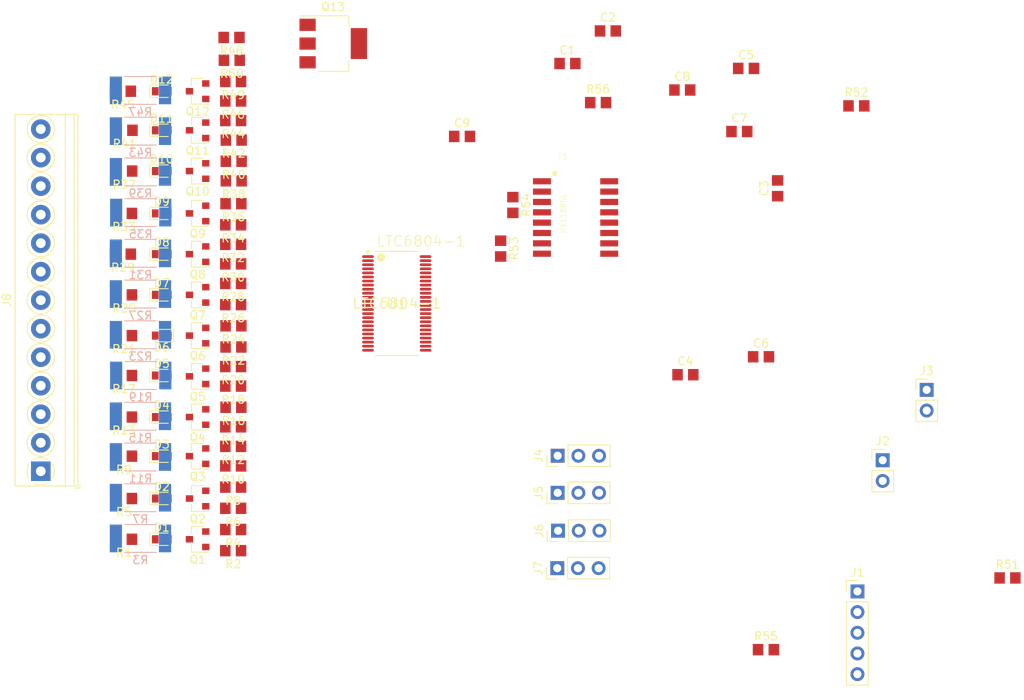
<source format=kicad_pcb>
(kicad_pcb (version 20171130) (host pcbnew "(5.0.0-rc2-218-g33075e55a)")
  (layers (0 F.Cu signal) (31 B.Cu signal) (34 B.Paste user) (35 F.Paste user) (36 B.SilkS user) (37 F.SilkS user) (38 B.Mask user) (39 F.Mask user) (44 Edge.Cuts user))
  (net 0 "")
  (net 1 "Net-(C1-Pad1)")
  (net 2 GND)
  (net 3 "Net-(C2-Pad1)")
  (net 4 VDD)
  (net 5 "Net-(C4-Pad2)")
  (net 6 "Net-(C5-Pad2)")
  (net 7 "Net-(C6-Pad2)")
  (net 8 "Net-(C7-Pad2)")
  (net 9 "Net-(C8-Pad1)")
  (net 10 "Net-(C9-Pad1)")
  (net 11 "Net-(D1-Pad1)")
  (net 12 "Net-(D1-Pad2)")
  (net 13 "Net-(D2-Pad2)")
  (net 14 "Net-(D2-Pad1)")
  (net 15 "Net-(D3-Pad1)")
  (net 16 "Net-(D3-Pad2)")
  (net 17 "Net-(D4-Pad1)")
  (net 18 "Net-(D4-Pad2)")
  (net 19 "Net-(D5-Pad2)")
  (net 20 "Net-(D5-Pad1)")
  (net 21 "Net-(D6-Pad2)")
  (net 22 "Net-(D6-Pad1)")
  (net 23 "Net-(D7-Pad1)")
  (net 24 "Net-(D7-Pad2)")
  (net 25 "Net-(D8-Pad2)")
  (net 26 "Net-(D8-Pad1)")
  (net 27 "Net-(D9-Pad1)")
  (net 28 "Net-(D9-Pad2)")
  (net 29 "Net-(D10-Pad2)")
  (net 30 "Net-(D10-Pad1)")
  (net 31 "Net-(D11-Pad2)")
  (net 32 "Net-(D11-Pad1)")
  (net 33 "Net-(D12-Pad1)")
  (net 34 "Net-(D12-Pad2)")
  (net 35 "SCK(IPA)")
  (net 36 "Net-(J1-Pad3)")
  (net 37 "Net-(J1-Pad4)")
  (net 38 "CSB(IMA)")
  (net 39 "Net-(J2-Pad2)")
  (net 40 "Net-(J2-Pad1)")
  (net 41 "Net-(J3-Pad1)")
  (net 42 "Net-(J3-Pad2)")
  (net 43 "Net-(J4-Pad1)")
  (net 44 "Net-(J5-Pad3)")
  (net 45 "Net-(J5-Pad1)")
  (net 46 ISOMOD)
  (net 47 SWTEN)
  (net 48 "Net-(J8-Pad2)")
  (net 49 "Net-(J8-Pad3)")
  (net 50 "Net-(J8-Pad4)")
  (net 51 "Net-(J8-Pad5)")
  (net 52 "Net-(J8-Pad6)")
  (net 53 "Net-(J8-Pad7)")
  (net 54 "Net-(J8-Pad8)")
  (net 55 "Net-(J8-Pad9)")
  (net 56 "Net-(J8-Pad10)")
  (net 57 "Net-(J8-Pad11)")
  (net 58 "Net-(J8-Pad12)")
  (net 59 "Net-(J8-Pad13)")
  (net 60 "Net-(Q1-Pad1)")
  (net 61 "Net-(Q2-Pad1)")
  (net 62 "Net-(Q3-Pad1)")
  (net 63 "Net-(Q4-Pad1)")
  (net 64 "Net-(Q5-Pad1)")
  (net 65 "Net-(Q6-Pad1)")
  (net 66 "Net-(Q7-Pad1)")
  (net 67 "Net-(Q8-Pad1)")
  (net 68 "Net-(Q9-Pad1)")
  (net 69 "Net-(Q10-Pad1)")
  (net 70 "Net-(Q11-Pad1)")
  (net 71 "Net-(Q12-Pad1)")
  (net 72 "Net-(Q13-Pad1)")
  (net 73 "Net-(R2-Pad1)")
  (net 74 "Net-(R4-Pad1)")
  (net 75 "Net-(R6-Pad1)")
  (net 76 "Net-(R8-Pad1)")
  (net 77 "Net-(R10-Pad1)")
  (net 78 "Net-(R12-Pad1)")
  (net 79 "Net-(R14-Pad1)")
  (net 80 "Net-(R16-Pad1)")
  (net 81 "Net-(R18-Pad1)")
  (net 82 "Net-(R20-Pad1)")
  (net 83 "Net-(R22-Pad1)")
  (net 84 "Net-(R24-Pad1)")
  (net 85 "Net-(R26-Pad1)")
  (net 86 "Net-(R28-Pad1)")
  (net 87 "Net-(R30-Pad1)")
  (net 88 "Net-(R32-Pad1)")
  (net 89 "Net-(R34-Pad1)")
  (net 90 "Net-(R36-Pad1)")
  (net 91 "Net-(R38-Pad1)")
  (net 92 "Net-(R40-Pad1)")
  (net 93 "Net-(R42-Pad1)")
  (net 94 "Net-(R44-Pad1)")
  (net 95 "Net-(R46-Pad1)")
  (net 96 "Net-(R48-Pad1)")
  (net 97 "Net-(R51-Pad2)")
  (net 98 "Net-(R51-Pad1)")
  (net 99 IPB)
  (net 100 IPA)
  (net 101 "Net-(U1-Pad27)")
  (net 102 "Net-(U1-Pad28)")
  (net 103 "Net-(U1-Pad29)")
  (net 104 "Net-(U1-Pad32)")
  (net 105 "Net-(U1-Pad33)")
  (net 106 "Net-(U1-Pad39)")
  (net 107 "Net-(J4-Pad2)")
  (net 108 "Net-(Q1-Pad2)")
  (net 109 "Net-(Q2-Pad2)")
  (net 110 "Net-(Q3-Pad2)")
  (net 111 "Net-(Q4-Pad2)")
  (net 112 "Net-(Q5-Pad2)")
  (net 113 "Net-(Q6-Pad2)")
  (net 114 "Net-(Q7-Pad2)")
  (net 115 "Net-(Q8-Pad2)")
  (net 116 "Net-(Q9-Pad2)")
  (net 117 "Net-(Q10-Pad2)")
  (net 118 "Net-(Q11-Pad2)")
  (net 119 "Net-(Q12-Pad2)")
  (module Capacitor_SMD:C_0805_2012Metric_Pad1.29x1.40mm_HandSolder (layer F.Cu) (at 154.4 64.2)
    (fp_text reference C1 (at 0 -1.65) (layer F.SilkS))
    (fp_text value 1uf)
    (pad 1 smd rect (at -0.9675 0) (size 1.295 1.4) (layers F.Cu F.Paste F.Mask) (net 1 "Net-(C1-Pad1)"))
    (pad 2 smd rect (at 0.9675 0) (size 1.295 1.4) (layers F.Cu F.Paste F.Mask) (net 2 GND))
  )
  (module Capacitor_SMD:C_0805_2012Metric_Pad1.29x1.40mm_HandSolder (layer F.Cu) (at 159.3675 60.2)
    (fp_text reference C2 (at 0 -1.65) (layer F.SilkS))
    (fp_text value 1uf)
    (pad 2 smd rect (at 0.9675 0) (size 1.295 1.4) (layers F.Cu F.Paste F.Mask) (net 2 GND))
    (pad 1 smd rect (at -0.9675 0) (size 1.295 1.4) (layers F.Cu F.Paste F.Mask) (net 3 "Net-(C2-Pad1)"))
  )
  (module Capacitor_SMD:C_0805_2012Metric_Pad1.29x1.40mm_HandSolder (layer F.Cu) (at 180.2 79.5175 90)
    (fp_text reference C3 (at 0 -1.65 90) (layer F.SilkS))
    (fp_text value 1uf)
    (pad 1 smd rect (at -0.9675 0 90) (size 1.295 1.4) (layers F.Cu F.Paste F.Mask) (net 4 VDD))
    (pad 2 smd rect (at 0.9675 0 90) (size 1.295 1.4) (layers F.Cu F.Paste F.Mask) (net 2 GND))
  )
  (module Capacitor_SMD:C_0805_2012Metric_Pad1.29x1.40mm_HandSolder (layer F.Cu) (at 168.8825 102.4)
    (fp_text reference C4 (at 0 -1.65) (layer F.SilkS))
    (fp_text value 0.1uf)
    (pad 2 smd rect (at 0.9675 0) (size 1.295 1.4) (layers F.Cu F.Paste F.Mask) (net 5 "Net-(C4-Pad2)"))
    (pad 1 smd rect (at -0.9675 0) (size 1.295 1.4) (layers F.Cu F.Paste F.Mask) (net 2 GND))
  )
  (module Capacitor_SMD:C_0805_2012Metric_Pad1.29x1.40mm_HandSolder (layer F.Cu) (at 176.3325 64.8)
    (fp_text reference C5 (at 0 -1.65) (layer F.SilkS))
    (fp_text value 0.1uf)
    (pad 1 smd rect (at -0.9675 0) (size 1.295 1.4) (layers F.Cu F.Paste F.Mask) (net 2 GND))
    (pad 2 smd rect (at 0.9675 0) (size 1.295 1.4) (layers F.Cu F.Paste F.Mask) (net 6 "Net-(C5-Pad2)"))
  )
  (module Capacitor_SMD:C_0805_2012Metric_Pad1.29x1.40mm_HandSolder (layer F.Cu) (at 178.1675 100.2)
    (fp_text reference C6 (at 0 -1.65) (layer F.SilkS))
    (fp_text value 51pf)
    (pad 2 smd rect (at 0.9675 0) (size 1.295 1.4) (layers F.Cu F.Paste F.Mask) (net 7 "Net-(C6-Pad2)"))
    (pad 1 smd rect (at -0.9675 0) (size 1.295 1.4) (layers F.Cu F.Paste F.Mask) (net 2 GND))
  )
  (module Capacitor_SMD:C_0805_2012Metric_Pad1.29x1.40mm_HandSolder (layer F.Cu) (at 175.5 72.55)
    (fp_text reference C7 (at 0 -1.65) (layer F.SilkS))
    (fp_text value 51pf)
    (pad 1 smd rect (at -0.9675 0) (size 1.295 1.4) (layers F.Cu F.Paste F.Mask) (net 2 GND))
    (pad 2 smd rect (at 0.9675 0) (size 1.295 1.4) (layers F.Cu F.Paste F.Mask) (net 8 "Net-(C7-Pad2)"))
  )
  (module Capacitor_SMD:C_0805_2012Metric_Pad1.29x1.40mm_HandSolder (layer F.Cu) (at 168.5 67.45)
    (fp_text reference C8 (at 0 -1.65) (layer F.SilkS))
    (fp_text value 51pf)
    (pad 2 smd rect (at 0.9675 0) (size 1.295 1.4) (layers F.Cu F.Paste F.Mask) (net 2 GND))
    (pad 1 smd rect (at -0.9675 0) (size 1.295 1.4) (layers F.Cu F.Paste F.Mask) (net 9 "Net-(C8-Pad1)"))
  )
  (module Capacitor_SMD:C_0805_2012Metric_Pad1.29x1.40mm_HandSolder (layer F.Cu) (at 141.4675 73.15)
    (fp_text reference C9 (at 0 -1.65) (layer F.SilkS))
    (fp_text value 51pf)
    (pad 1 smd rect (at -0.9675 0) (size 1.295 1.4) (layers F.Cu F.Paste F.Mask) (net 10 "Net-(C9-Pad1)"))
    (pad 2 smd rect (at 0.9675 0) (size 1.295 1.4) (layers F.Cu F.Paste F.Mask) (net 2 GND))
  )
  (module LED_SMD:LED_0603_1608Metric_Pad0.82x1.00mm_HandSolder (layer F.Cu) (at 104.6 122.6)
    (fp_text reference D1 (at 0 -1.45) (layer F.SilkS))
    (fp_text value LED_Small)
    (pad 1 smd rect (at -0.8 0) (size 0.82 1) (layers F.Cu F.Paste F.Mask) (net 11 "Net-(D1-Pad1)"))
    (pad 2 smd rect (at 0.8 0) (size 0.82 1) (layers F.Cu F.Paste F.Mask) (net 12 "Net-(D1-Pad2)"))
  )
  (module LED_SMD:LED_0603_1608Metric_Pad0.82x1.00mm_HandSolder (layer F.Cu) (at 104.6 117.6)
    (fp_text reference D2 (at 0 -1.45) (layer F.SilkS))
    (fp_text value LED_Small)
    (pad 2 smd rect (at 0.8 0) (size 0.82 1) (layers F.Cu F.Paste F.Mask) (net 13 "Net-(D2-Pad2)"))
    (pad 1 smd rect (at -0.8 0) (size 0.82 1) (layers F.Cu F.Paste F.Mask) (net 14 "Net-(D2-Pad1)"))
  )
  (module LED_SMD:LED_0603_1608Metric_Pad0.82x1.00mm_HandSolder (layer F.Cu) (at 104.6 112.4)
    (fp_text reference D3 (at 0 -1.45) (layer F.SilkS))
    (fp_text value LED_Small)
    (pad 1 smd rect (at -0.8 0) (size 0.82 1) (layers F.Cu F.Paste F.Mask) (net 15 "Net-(D3-Pad1)"))
    (pad 2 smd rect (at 0.8 0) (size 0.82 1) (layers F.Cu F.Paste F.Mask) (net 16 "Net-(D3-Pad2)"))
  )
  (module LED_SMD:LED_0603_1608Metric_Pad0.82x1.00mm_HandSolder (layer F.Cu) (at 104.6 107.6)
    (fp_text reference D4 (at 0 -1.45) (layer F.SilkS))
    (fp_text value LED_Small)
    (pad 1 smd rect (at -0.8 0) (size 0.82 1) (layers F.Cu F.Paste F.Mask) (net 17 "Net-(D4-Pad1)"))
    (pad 2 smd rect (at 0.8 0) (size 0.82 1) (layers F.Cu F.Paste F.Mask) (net 18 "Net-(D4-Pad2)"))
  )
  (module LED_SMD:LED_0603_1608Metric_Pad0.82x1.00mm_HandSolder (layer F.Cu) (at 104.6 102.5)
    (fp_text reference D5 (at 0 -1.45) (layer F.SilkS))
    (fp_text value LED_Small)
    (pad 2 smd rect (at 0.8 0) (size 0.82 1) (layers F.Cu F.Paste F.Mask) (net 19 "Net-(D5-Pad2)"))
    (pad 1 smd rect (at -0.8 0) (size 0.82 1) (layers F.Cu F.Paste F.Mask) (net 20 "Net-(D5-Pad1)"))
  )
  (module LED_SMD:LED_0603_1608Metric_Pad0.82x1.00mm_HandSolder (layer F.Cu) (at 104.6 97.6 180)
    (fp_text reference D6 (at 0 -1.45 180) (layer F.SilkS))
    (fp_text value LED_Small)
    (pad 2 smd rect (at 0.8 0 180) (size 0.82 1) (layers F.Cu F.Paste F.Mask) (net 21 "Net-(D6-Pad2)"))
    (pad 1 smd rect (at -0.8 0 180) (size 0.82 1) (layers F.Cu F.Paste F.Mask) (net 22 "Net-(D6-Pad1)"))
  )
  (module LED_SMD:LED_0603_1608Metric_Pad0.82x1.00mm_HandSolder (layer F.Cu) (at 104.6 92.6)
    (fp_text reference D7 (at 0 -1.45) (layer F.SilkS))
    (fp_text value LED_Small)
    (pad 1 smd rect (at -0.8 0) (size 0.82 1) (layers F.Cu F.Paste F.Mask) (net 23 "Net-(D7-Pad1)"))
    (pad 2 smd rect (at 0.8 0) (size 0.82 1) (layers F.Cu F.Paste F.Mask) (net 24 "Net-(D7-Pad2)"))
  )
  (module LED_SMD:LED_0603_1608Metric_Pad0.82x1.00mm_HandSolder (layer F.Cu) (at 104.6 87.6)
    (fp_text reference D8 (at 0 -1.45) (layer F.SilkS))
    (fp_text value LED_Small)
    (pad 2 smd rect (at 0.8 0) (size 0.82 1) (layers F.Cu F.Paste F.Mask) (net 25 "Net-(D8-Pad2)"))
    (pad 1 smd rect (at -0.8 0) (size 0.82 1) (layers F.Cu F.Paste F.Mask) (net 26 "Net-(D8-Pad1)"))
  )
  (module LED_SMD:LED_0603_1608Metric_Pad0.82x1.00mm_HandSolder (layer F.Cu) (at 104.6 82.6)
    (fp_text reference D9 (at 0 -1.45) (layer F.SilkS))
    (fp_text value LED_Small)
    (pad 1 smd rect (at -0.8 0) (size 0.82 1) (layers F.Cu F.Paste F.Mask) (net 27 "Net-(D9-Pad1)"))
    (pad 2 smd rect (at 0.8 0) (size 0.82 1) (layers F.Cu F.Paste F.Mask) (net 28 "Net-(D9-Pad2)"))
  )
  (module LED_SMD:LED_0603_1608Metric_Pad0.82x1.00mm_HandSolder (layer F.Cu) (at 104.6 77.4)
    (fp_text reference D10 (at 0 -1.45) (layer F.SilkS))
    (fp_text value LED_Small)
    (pad 2 smd rect (at 0.8 0) (size 0.82 1) (layers F.Cu F.Paste F.Mask) (net 29 "Net-(D10-Pad2)"))
    (pad 1 smd rect (at -0.8 0) (size 0.82 1) (layers F.Cu F.Paste F.Mask) (net 30 "Net-(D10-Pad1)"))
  )
  (module LED_SMD:LED_0603_1608Metric_Pad0.82x1.00mm_HandSolder (layer F.Cu) (at 104.6 72.4)
    (fp_text reference D11 (at 0 -1.45) (layer F.SilkS))
    (fp_text value LED_Small)
    (pad 2 smd rect (at 0.8 0) (size 0.82 1) (layers F.Cu F.Paste F.Mask) (net 31 "Net-(D11-Pad2)"))
    (pad 1 smd rect (at -0.8 0) (size 0.82 1) (layers F.Cu F.Paste F.Mask) (net 32 "Net-(D11-Pad1)"))
  )
  (module LED_SMD:LED_0603_1608Metric_Pad0.82x1.00mm_HandSolder (layer F.Cu) (at 104.6 67.6)
    (fp_text reference D12 (at 0 -1.45) (layer F.SilkS))
    (fp_text value LED_Small)
    (pad 1 smd rect (at -0.8 0) (size 0.82 1) (layers F.Cu F.Paste F.Mask) (net 33 "Net-(D12-Pad1)"))
    (pad 2 smd rect (at 0.8 0) (size 0.82 1) (layers F.Cu F.Paste F.Mask) (net 34 "Net-(D12-Pad2)"))
  )
  (module Connector_PinHeader_2.54mm:PinHeader_1x05_P2.54mm_Vertical (layer F.Cu) (at 190 129)
    (fp_text reference J1 (at 0 -2.33) (layer F.SilkS))
    (fp_text value Conn_01x05)
    (pad 1 thru_hole rect (at 0 0) (size 1.7 1.7) (drill 1) (layers *.Cu *.Mask) (net 2 GND))
    (pad 2 thru_hole oval (at 0 2.54) (size 1.7 1.7) (drill 1) (layers *.Cu *.Mask) (net 35 "SCK(IPA)"))
    (pad 3 thru_hole oval (at 0 5.08) (size 1.7 1.7) (drill 1) (layers *.Cu *.Mask) (net 36 "Net-(J1-Pad3)"))
    (pad 4 thru_hole oval (at 0 7.62) (size 1.7 1.7) (drill 1) (layers *.Cu *.Mask) (net 37 "Net-(J1-Pad4)"))
    (pad 5 thru_hole oval (at 0 10.16) (size 1.7 1.7) (drill 1) (layers *.Cu *.Mask) (net 38 "CSB(IMA)"))
  )
  (module Connector_PinHeader_2.54mm:PinHeader_1x02_P2.54mm_Vertical (layer F.Cu) (at 193.1 112.9)
    (fp_text reference J2 (at 0 -2.33) (layer F.SilkS))
    (fp_text value Conn_01x02)
    (pad 2 thru_hole oval (at 0 2.54) (size 1.7 1.7) (drill 1) (layers *.Cu *.Mask) (net 39 "Net-(J2-Pad2)"))
    (pad 1 thru_hole rect (at 0 0) (size 1.7 1.7) (drill 1) (layers *.Cu *.Mask) (net 40 "Net-(J2-Pad1)"))
  )
  (module Connector_PinHeader_2.54mm:PinHeader_1x02_P2.54mm_Vertical (layer F.Cu) (at 198.5 104.26)
    (fp_text reference J3 (at 0 -2.33) (layer F.SilkS))
    (fp_text value Conn_01x02)
    (pad 1 thru_hole rect (at 0 0) (size 1.7 1.7) (drill 1) (layers *.Cu *.Mask) (net 41 "Net-(J3-Pad1)"))
    (pad 2 thru_hole oval (at 0 2.54) (size 1.7 1.7) (drill 1) (layers *.Cu *.Mask) (net 42 "Net-(J3-Pad2)"))
  )
  (module Connector_PinHeader_2.54mm:PinHeader_1x03_P2.54mm_Vertical (layer F.Cu) (at 153.2 112.35 90)
    (fp_text reference J4 (at 0 -2.33 90) (layer F.SilkS))
    (fp_text value Conn_01x03)
    (pad 1 thru_hole rect (at 0 0 90) (size 1.7 1.7) (drill 1) (layers *.Cu *.Mask) (net 43 "Net-(J4-Pad1)"))
    (pad 2 thru_hole oval (at 0 2.54 90) (size 1.7 1.7) (drill 1) (layers *.Cu *.Mask) (net 107 "Net-(J4-Pad2)"))
    (pad 3 thru_hole oval (at 0 5.08 90) (size 1.7 1.7) (drill 1) (layers *.Cu *.Mask) (net 38 "CSB(IMA)"))
  )
  (module Connector_PinHeader_2.54mm:PinHeader_1x03_P2.54mm_Vertical (layer F.Cu) (at 153.2 116.9 90)
    (fp_text reference J5 (at 0 -2.33 90) (layer F.SilkS))
    (fp_text value Conn_01x03)
    (pad 3 thru_hole oval (at 0 5.08 90) (size 1.7 1.7) (drill 1) (layers *.Cu *.Mask) (net 44 "Net-(J5-Pad3)"))
    (pad 2 thru_hole oval (at 0 2.54 90) (size 1.7 1.7) (drill 1) (layers *.Cu *.Mask) (net 35 "SCK(IPA)"))
    (pad 1 thru_hole rect (at 0 0 90) (size 1.7 1.7) (drill 1) (layers *.Cu *.Mask) (net 45 "Net-(J5-Pad1)"))
  )
  (module Connector_PinHeader_2.54mm:PinHeader_1x03_P2.54mm_Vertical (layer F.Cu) (at 153.25 121.55 90)
    (fp_text reference J6 (at 0 -2.33 90) (layer F.SilkS))
    (fp_text value Conn_01x03)
    (pad 1 thru_hole rect (at 0 0 90) (size 1.7 1.7) (drill 1) (layers *.Cu *.Mask) (net 2 GND))
    (pad 2 thru_hole oval (at 0 2.54 90) (size 1.7 1.7) (drill 1) (layers *.Cu *.Mask) (net 46 ISOMOD))
    (pad 3 thru_hole oval (at 0 5.08 90) (size 1.7 1.7) (drill 1) (layers *.Cu *.Mask) (net 4 VDD))
  )
  (module Connector_PinHeader_2.54mm:PinHeader_1x03_P2.54mm_Vertical (layer F.Cu) (at 153.15 126.15 90)
    (fp_text reference J7 (at 0 -2.33 90) (layer F.SilkS))
    (fp_text value Conn_01x03)
    (pad 3 thru_hole oval (at 0 5.08 90) (size 1.7 1.7) (drill 1) (layers *.Cu *.Mask) (net 4 VDD))
    (pad 2 thru_hole oval (at 0 2.54 90) (size 1.7 1.7) (drill 1) (layers *.Cu *.Mask) (net 47 SWTEN))
    (pad 1 thru_hole rect (at 0 0 90) (size 1.7 1.7) (drill 1) (layers *.Cu *.Mask) (net 2 GND))
  )
  (module TerminalBlock_Phoenix:TerminalBlock_Phoenix_PT-1,5-13-3.5-H_1x13_P3.50mm_Horizontal (layer F.Cu) (at 89.75 114.25 90)
    (fp_text reference J8 (at 21 -4.16 90) (layer F.SilkS))
    (fp_text value Conn_01x13)
    (pad 1 thru_hole rect (at 0 0 90) (size 2.4 2.4) (drill 1.2) (layers *.Cu *.Mask) (net 2 GND))
    (pad 2 thru_hole circle (at 3.5 0 90) (size 2.4 2.4) (drill 1.2) (layers *.Cu *.Mask) (net 48 "Net-(J8-Pad2)"))
    (pad 3 thru_hole circle (at 7 0 90) (size 2.4 2.4) (drill 1.2) (layers *.Cu *.Mask) (net 49 "Net-(J8-Pad3)"))
    (pad 4 thru_hole circle (at 10.5 0 90) (size 2.4 2.4) (drill 1.2) (layers *.Cu *.Mask) (net 50 "Net-(J8-Pad4)"))
    (pad 5 thru_hole circle (at 14 0 90) (size 2.4 2.4) (drill 1.2) (layers *.Cu *.Mask) (net 51 "Net-(J8-Pad5)"))
    (pad 6 thru_hole circle (at 17.5 0 90) (size 2.4 2.4) (drill 1.2) (layers *.Cu *.Mask) (net 52 "Net-(J8-Pad6)"))
    (pad 7 thru_hole circle (at 21 0 90) (size 2.4 2.4) (drill 1.2) (layers *.Cu *.Mask) (net 53 "Net-(J8-Pad7)"))
    (pad 8 thru_hole circle (at 24.5 0 90) (size 2.4 2.4) (drill 1.2) (layers *.Cu *.Mask) (net 54 "Net-(J8-Pad8)"))
    (pad 9 thru_hole circle (at 28 0 90) (size 2.4 2.4) (drill 1.2) (layers *.Cu *.Mask) (net 55 "Net-(J8-Pad9)"))
    (pad 10 thru_hole circle (at 31.5 0 90) (size 2.4 2.4) (drill 1.2) (layers *.Cu *.Mask) (net 56 "Net-(J8-Pad10)"))
    (pad 11 thru_hole circle (at 35 0 90) (size 2.4 2.4) (drill 1.2) (layers *.Cu *.Mask) (net 57 "Net-(J8-Pad11)"))
    (pad 12 thru_hole circle (at 38.5 0 90) (size 2.4 2.4) (drill 1.2) (layers *.Cu *.Mask) (net 58 "Net-(J8-Pad12)"))
    (pad 13 thru_hole circle (at 42 0 90) (size 2.4 2.4) (drill 1.2) (layers *.Cu *.Mask) (net 59 "Net-(J8-Pad13)"))
  )
  (module TO_SOT_Packages_SMD:SOT-23 (layer F.Cu) (at 109 122.6 180)
    (fp_text reference Q1 (at 0 -2.5 180) (layer F.SilkS))
    (fp_text value BSS138)
    (pad 1 smd rect (at -1 -0.95 180) (size 0.9 0.8) (layers F.Cu F.Paste F.Mask) (net 60 "Net-(Q1-Pad1)"))
    (pad 2 smd rect (at -1 0.95 180) (size 0.9 0.8) (layers F.Cu F.Paste F.Mask) (net 108 "Net-(Q1-Pad2)"))
    (pad 3 smd rect (at 1 0 180) (size 0.9 0.8) (layers F.Cu F.Paste F.Mask) (net 12 "Net-(D1-Pad2)"))
  )
  (module TO_SOT_Packages_SMD:SOT-23 (layer F.Cu) (at 109 117.6 180)
    (fp_text reference Q2 (at 0 -2.5 180) (layer F.SilkS))
    (fp_text value BSS138)
    (pad 3 smd rect (at 1 0 180) (size 0.9 0.8) (layers F.Cu F.Paste F.Mask) (net 13 "Net-(D2-Pad2)"))
    (pad 2 smd rect (at -1 0.95 180) (size 0.9 0.8) (layers F.Cu F.Paste F.Mask) (net 109 "Net-(Q2-Pad2)"))
    (pad 1 smd rect (at -1 -0.95 180) (size 0.9 0.8) (layers F.Cu F.Paste F.Mask) (net 61 "Net-(Q2-Pad1)"))
  )
  (module TO_SOT_Packages_SMD:SOT-23 (layer F.Cu) (at 109 112.4 180)
    (fp_text reference Q3 (at 0 -2.5 180) (layer F.SilkS))
    (fp_text value BSS138)
    (pad 1 smd rect (at -1 -0.95 180) (size 0.9 0.8) (layers F.Cu F.Paste F.Mask) (net 62 "Net-(Q3-Pad1)"))
    (pad 2 smd rect (at -1 0.95 180) (size 0.9 0.8) (layers F.Cu F.Paste F.Mask) (net 110 "Net-(Q3-Pad2)"))
    (pad 3 smd rect (at 1 0 180) (size 0.9 0.8) (layers F.Cu F.Paste F.Mask) (net 16 "Net-(D3-Pad2)"))
  )
  (module TO_SOT_Packages_SMD:SOT-23 (layer F.Cu) (at 109 107.6 180)
    (fp_text reference Q4 (at 0 -2.5 180) (layer F.SilkS))
    (fp_text value BSS138)
    (pad 3 smd rect (at 1 0 180) (size 0.9 0.8) (layers F.Cu F.Paste F.Mask) (net 18 "Net-(D4-Pad2)"))
    (pad 2 smd rect (at -1 0.95 180) (size 0.9 0.8) (layers F.Cu F.Paste F.Mask) (net 111 "Net-(Q4-Pad2)"))
    (pad 1 smd rect (at -1 -0.95 180) (size 0.9 0.8) (layers F.Cu F.Paste F.Mask) (net 63 "Net-(Q4-Pad1)"))
  )
  (module TO_SOT_Packages_SMD:SOT-23 (layer F.Cu) (at 109 102.6 180)
    (fp_text reference Q5 (at 0 -2.5 180) (layer F.SilkS))
    (fp_text value BSS138)
    (pad 1 smd rect (at -1 -0.95 180) (size 0.9 0.8) (layers F.Cu F.Paste F.Mask) (net 64 "Net-(Q5-Pad1)"))
    (pad 2 smd rect (at -1 0.95 180) (size 0.9 0.8) (layers F.Cu F.Paste F.Mask) (net 112 "Net-(Q5-Pad2)"))
    (pad 3 smd rect (at 1 0 180) (size 0.9 0.8) (layers F.Cu F.Paste F.Mask) (net 19 "Net-(D5-Pad2)"))
  )
  (module TO_SOT_Packages_SMD:SOT-23 (layer F.Cu) (at 109 97.6 180)
    (fp_text reference Q6 (at 0 -2.5 180) (layer F.SilkS))
    (fp_text value BSS138)
    (pad 3 smd rect (at 1 0 180) (size 0.9 0.8) (layers F.Cu F.Paste F.Mask) (net 21 "Net-(D6-Pad2)"))
    (pad 2 smd rect (at -1 0.95 180) (size 0.9 0.8) (layers F.Cu F.Paste F.Mask) (net 113 "Net-(Q6-Pad2)"))
    (pad 1 smd rect (at -1 -0.95 180) (size 0.9 0.8) (layers F.Cu F.Paste F.Mask) (net 65 "Net-(Q6-Pad1)"))
  )
  (module TO_SOT_Packages_SMD:SOT-23 (layer F.Cu) (at 109 92.6 180)
    (fp_text reference Q7 (at 0 -2.5 180) (layer F.SilkS))
    (fp_text value BSS138)
    (pad 1 smd rect (at -1 -0.95 180) (size 0.9 0.8) (layers F.Cu F.Paste F.Mask) (net 66 "Net-(Q7-Pad1)"))
    (pad 2 smd rect (at -1 0.95 180) (size 0.9 0.8) (layers F.Cu F.Paste F.Mask) (net 114 "Net-(Q7-Pad2)"))
    (pad 3 smd rect (at 1 0 180) (size 0.9 0.8) (layers F.Cu F.Paste F.Mask) (net 24 "Net-(D7-Pad2)"))
  )
  (module TO_SOT_Packages_SMD:SOT-23 (layer F.Cu) (at 109 87.6 180)
    (fp_text reference Q8 (at 0 -2.5 180) (layer F.SilkS))
    (fp_text value BSS138)
    (pad 3 smd rect (at 1 0 180) (size 0.9 0.8) (layers F.Cu F.Paste F.Mask) (net 25 "Net-(D8-Pad2)"))
    (pad 2 smd rect (at -1 0.95 180) (size 0.9 0.8) (layers F.Cu F.Paste F.Mask) (net 115 "Net-(Q8-Pad2)"))
    (pad 1 smd rect (at -1 -0.95 180) (size 0.9 0.8) (layers F.Cu F.Paste F.Mask) (net 67 "Net-(Q8-Pad1)"))
  )
  (module TO_SOT_Packages_SMD:SOT-23 (layer F.Cu) (at 109 82.6 180)
    (fp_text reference Q9 (at 0 -2.5 180) (layer F.SilkS))
    (fp_text value BSS138)
    (pad 1 smd rect (at -1 -0.95 180) (size 0.9 0.8) (layers F.Cu F.Paste F.Mask) (net 68 "Net-(Q9-Pad1)"))
    (pad 2 smd rect (at -1 0.95 180) (size 0.9 0.8) (layers F.Cu F.Paste F.Mask) (net 116 "Net-(Q9-Pad2)"))
    (pad 3 smd rect (at 1 0 180) (size 0.9 0.8) (layers F.Cu F.Paste F.Mask) (net 28 "Net-(D9-Pad2)"))
  )
  (module TO_SOT_Packages_SMD:SOT-23 (layer F.Cu) (at 109 77.4 180)
    (fp_text reference Q10 (at 0 -2.5 180) (layer F.SilkS))
    (fp_text value BSS138)
    (pad 3 smd rect (at 1 0 180) (size 0.9 0.8) (layers F.Cu F.Paste F.Mask) (net 29 "Net-(D10-Pad2)"))
    (pad 2 smd rect (at -1 0.95 180) (size 0.9 0.8) (layers F.Cu F.Paste F.Mask) (net 117 "Net-(Q10-Pad2)"))
    (pad 1 smd rect (at -1 -0.95 180) (size 0.9 0.8) (layers F.Cu F.Paste F.Mask) (net 69 "Net-(Q10-Pad1)"))
  )
  (module TO_SOT_Packages_SMD:SOT-23 (layer F.Cu) (at 109 72.4 180)
    (fp_text reference Q11 (at 0 -2.5 180) (layer F.SilkS))
    (fp_text value BSS138)
    (pad 1 smd rect (at -1 -0.95 180) (size 0.9 0.8) (layers F.Cu F.Paste F.Mask) (net 70 "Net-(Q11-Pad1)"))
    (pad 2 smd rect (at -1 0.95 180) (size 0.9 0.8) (layers F.Cu F.Paste F.Mask) (net 118 "Net-(Q11-Pad2)"))
    (pad 3 smd rect (at 1 0 180) (size 0.9 0.8) (layers F.Cu F.Paste F.Mask) (net 31 "Net-(D11-Pad2)"))
  )
  (module TO_SOT_Packages_SMD:SOT-23 (layer F.Cu) (at 109 67.6 180)
    (fp_text reference Q12 (at 0 -2.5 180) (layer F.SilkS))
    (fp_text value BSS138)
    (pad 3 smd rect (at 1 0 180) (size 0.9 0.8) (layers F.Cu F.Paste F.Mask) (net 34 "Net-(D12-Pad2)"))
    (pad 2 smd rect (at -1 0.95 180) (size 0.9 0.8) (layers F.Cu F.Paste F.Mask) (net 119 "Net-(Q12-Pad2)"))
    (pad 1 smd rect (at -1 -0.95 180) (size 0.9 0.8) (layers F.Cu F.Paste F.Mask) (net 71 "Net-(Q12-Pad1)"))
  )
  (module TO_SOT_Packages_SMD:SOT-223 (layer F.Cu) (at 125.65 61.75)
    (fp_text reference Q13 (at 0 -4.5) (layer F.SilkS))
    (fp_text value NSV1C201MZ4)
    (pad 4 smd rect (at 3.15 0) (size 2 3.8) (layers F.Cu F.Paste F.Mask))
    (pad 2 smd rect (at -3.15 0) (size 2 1.5) (layers F.Cu F.Paste F.Mask) (net 6 "Net-(C5-Pad2)"))
    (pad 3 smd rect (at -3.15 2.3) (size 2 1.5) (layers F.Cu F.Paste F.Mask) (net 4 VDD))
    (pad 1 smd rect (at -3.15 -2.3) (size 2 1.5) (layers F.Cu F.Paste F.Mask) (net 72 "Net-(Q13-Pad1)"))
  )
  (module Resistor_SMD:R_0805_2012Metric_Pad1.29x1.40mm_HandSolder (layer F.Cu) (at 99.9675 122.6 180)
    (fp_text reference R1 (at 0 -1.65 180) (layer F.SilkS))
    (fp_text value 110R)
    (pad 1 smd rect (at -0.9675 0 180) (size 1.295 1.4) (layers F.Cu F.Paste F.Mask) (net 11 "Net-(D1-Pad1)"))
    (pad 2 smd rect (at 0.9675 0 180) (size 1.295 1.4) (layers F.Cu F.Paste F.Mask) (net 2 GND))
  )
  (module Resistor_SMD:R_0805_2012Metric_Pad1.29x1.40mm_HandSolder (layer F.Cu) (at 113.3675 124 180)
    (fp_text reference R2 (at 0 -1.65 180) (layer F.SilkS))
    (fp_text value 3.3k)
    (pad 1 smd rect (at -0.9675 0 180) (size 1.295 1.4) (layers F.Cu F.Paste F.Mask) (net 73 "Net-(R2-Pad1)"))
    (pad 2 smd rect (at 0.9675 0 180) (size 1.295 1.4) (layers F.Cu F.Paste F.Mask) (net 60 "Net-(Q1-Pad1)"))
  )
  (module Resistor_SMD:R_2512_6332Metric_Pad1.49x3.40mm_HandSolder (layer B.Cu) (at 101.9825 122.5)
    (fp_text reference R3 (at 0 2.65) (layer B.SilkS) (effects (justify mirror)))
    (fp_text value 16.5R)
    (pad 2 smd rect (at 3.0175 0) (size 1.495 3.4) (layers B.Cu B.Paste B.Mask) (net 12 "Net-(D1-Pad2)"))
    (pad 1 smd rect (at -3.0175 0) (size 1.495 3.4) (layers B.Cu B.Paste B.Mask) (net 2 GND))
  )
  (module Resistor_SMD:R_0805_2012Metric_Pad1.29x1.40mm_HandSolder (layer F.Cu) (at 113.3675 121.4 180)
    (fp_text reference R4 (at 0 -1.65 180) (layer F.SilkS))
    (fp_text value 100R)
    (pad 2 smd rect (at 0.9675 0 180) (size 1.295 1.4) (layers F.Cu F.Paste F.Mask) (net 108 "Net-(Q1-Pad2)"))
    (pad 1 smd rect (at -0.9675 0 180) (size 1.295 1.4) (layers F.Cu F.Paste F.Mask) (net 74 "Net-(R4-Pad1)"))
  )
  (module Resistor_SMD:R_0805_2012Metric_Pad1.29x1.40mm_HandSolder (layer F.Cu) (at 99.9675 117.6 180)
    (fp_text reference R5 (at 0 -1.65 180) (layer F.SilkS))
    (fp_text value 110R)
    (pad 2 smd rect (at 0.9675 0 180) (size 1.295 1.4) (layers F.Cu F.Paste F.Mask) (net 108 "Net-(Q1-Pad2)"))
    (pad 1 smd rect (at -0.9675 0 180) (size 1.295 1.4) (layers F.Cu F.Paste F.Mask) (net 14 "Net-(D2-Pad1)"))
  )
  (module Resistor_SMD:R_0805_2012Metric_Pad1.29x1.40mm_HandSolder (layer F.Cu) (at 113.3675 118.8 180)
    (fp_text reference R6 (at 0 -1.65 180) (layer F.SilkS))
    (fp_text value 3.3k)
    (pad 2 smd rect (at 0.9675 0 180) (size 1.295 1.4) (layers F.Cu F.Paste F.Mask) (net 61 "Net-(Q2-Pad1)"))
    (pad 1 smd rect (at -0.9675 0 180) (size 1.295 1.4) (layers F.Cu F.Paste F.Mask) (net 75 "Net-(R6-Pad1)"))
  )
  (module Resistor_SMD:R_2512_6332Metric_Pad1.49x3.40mm_HandSolder (layer B.Cu) (at 101.9825 117.5)
    (fp_text reference R7 (at 0 2.65) (layer B.SilkS) (effects (justify mirror)))
    (fp_text value 16.5R)
    (pad 2 smd rect (at 3.0175 0) (size 1.495 3.4) (layers B.Cu B.Paste B.Mask) (net 13 "Net-(D2-Pad2)"))
    (pad 1 smd rect (at -3.0175 0) (size 1.495 3.4) (layers B.Cu B.Paste B.Mask) (net 108 "Net-(Q1-Pad2)"))
  )
  (module Resistor_SMD:R_0805_2012Metric_Pad1.29x1.40mm_HandSolder (layer F.Cu) (at 113.3675 116.2 180)
    (fp_text reference R8 (at 0 -1.65 180) (layer F.SilkS))
    (fp_text value 100R)
    (pad 2 smd rect (at 0.9675 0 180) (size 1.295 1.4) (layers F.Cu F.Paste F.Mask) (net 109 "Net-(Q2-Pad2)"))
    (pad 1 smd rect (at -0.9675 0 180) (size 1.295 1.4) (layers F.Cu F.Paste F.Mask) (net 76 "Net-(R8-Pad1)"))
  )
  (module Resistor_SMD:R_0805_2012Metric_Pad1.29x1.40mm_HandSolder (layer F.Cu) (at 99.9675 112.4 180)
    (fp_text reference R9 (at 0 -1.65 180) (layer F.SilkS))
    (fp_text value 110R)
    (pad 1 smd rect (at -0.9675 0 180) (size 1.295 1.4) (layers F.Cu F.Paste F.Mask) (net 15 "Net-(D3-Pad1)"))
    (pad 2 smd rect (at 0.9675 0 180) (size 1.295 1.4) (layers F.Cu F.Paste F.Mask) (net 109 "Net-(Q2-Pad2)"))
  )
  (module Resistor_SMD:R_0805_2012Metric_Pad1.29x1.40mm_HandSolder (layer F.Cu) (at 113.3675 113.6 180)
    (fp_text reference R10 (at 0 -1.65 180) (layer F.SilkS))
    (fp_text value 3.3k)
    (pad 1 smd rect (at -0.9675 0 180) (size 1.295 1.4) (layers F.Cu F.Paste F.Mask) (net 77 "Net-(R10-Pad1)"))
    (pad 2 smd rect (at 0.9675 0 180) (size 1.295 1.4) (layers F.Cu F.Paste F.Mask) (net 62 "Net-(Q3-Pad1)"))
  )
  (module Resistor_SMD:R_2512_6332Metric_Pad1.49x3.40mm_HandSolder (layer B.Cu) (at 101.9825 112.5)
    (fp_text reference R11 (at 0 2.65) (layer B.SilkS) (effects (justify mirror)))
    (fp_text value 16.5R)
    (pad 1 smd rect (at -3.0175 0) (size 1.495 3.4) (layers B.Cu B.Paste B.Mask) (net 109 "Net-(Q2-Pad2)"))
    (pad 2 smd rect (at 3.0175 0) (size 1.495 3.4) (layers B.Cu B.Paste B.Mask) (net 16 "Net-(D3-Pad2)"))
  )
  (module Resistor_SMD:R_0805_2012Metric_Pad1.29x1.40mm_HandSolder (layer F.Cu) (at 113.3675 111.2 180)
    (fp_text reference R12 (at 0 -1.65 180) (layer F.SilkS))
    (fp_text value 100R)
    (pad 2 smd rect (at 0.9675 0 180) (size 1.295 1.4) (layers F.Cu F.Paste F.Mask) (net 110 "Net-(Q3-Pad2)"))
    (pad 1 smd rect (at -0.9675 0 180) (size 1.295 1.4) (layers F.Cu F.Paste F.Mask) (net 78 "Net-(R12-Pad1)"))
  )
  (module Resistor_SMD:R_0805_2012Metric_Pad1.29x1.40mm_HandSolder (layer F.Cu) (at 99.9675 107.6 180)
    (fp_text reference R13 (at 0 -1.65 180) (layer F.SilkS))
    (fp_text value 110R)
    (pad 2 smd rect (at 0.9675 0 180) (size 1.295 1.4) (layers F.Cu F.Paste F.Mask) (net 110 "Net-(Q3-Pad2)"))
    (pad 1 smd rect (at -0.9675 0 180) (size 1.295 1.4) (layers F.Cu F.Paste F.Mask) (net 17 "Net-(D4-Pad1)"))
  )
  (module Resistor_SMD:R_0805_2012Metric_Pad1.29x1.40mm_HandSolder (layer F.Cu) (at 113.3675 108.8 180)
    (fp_text reference R14 (at 0 -1.65 180) (layer F.SilkS))
    (fp_text value 3.3k)
    (pad 2 smd rect (at 0.9675 0 180) (size 1.295 1.4) (layers F.Cu F.Paste F.Mask) (net 63 "Net-(Q4-Pad1)"))
    (pad 1 smd rect (at -0.9675 0 180) (size 1.295 1.4) (layers F.Cu F.Paste F.Mask) (net 79 "Net-(R14-Pad1)"))
  )
  (module Resistor_SMD:R_2512_6332Metric_Pad1.49x3.40mm_HandSolder (layer B.Cu) (at 101.9825 107.5)
    (fp_text reference R15 (at 0 2.65) (layer B.SilkS) (effects (justify mirror)))
    (fp_text value 16.5R)
    (pad 1 smd rect (at -3.0175 0) (size 1.495 3.4) (layers B.Cu B.Paste B.Mask) (net 110 "Net-(Q3-Pad2)"))
    (pad 2 smd rect (at 3.0175 0) (size 1.495 3.4) (layers B.Cu B.Paste B.Mask) (net 18 "Net-(D4-Pad2)"))
  )
  (module Resistor_SMD:R_0805_2012Metric_Pad1.29x1.40mm_HandSolder (layer F.Cu) (at 113.4 106.4 180)
    (fp_text reference R16 (at 0 -1.65 180) (layer F.SilkS))
    (fp_text value 100R)
    (pad 1 smd rect (at -0.9675 0 180) (size 1.295 1.4) (layers F.Cu F.Paste F.Mask) (net 80 "Net-(R16-Pad1)"))
    (pad 2 smd rect (at 0.9675 0 180) (size 1.295 1.4) (layers F.Cu F.Paste F.Mask) (net 111 "Net-(Q4-Pad2)"))
  )
  (module Resistor_SMD:R_0805_2012Metric_Pad1.29x1.40mm_HandSolder (layer F.Cu) (at 99.9675 102.5 180)
    (fp_text reference R17 (at 0 -1.65 180) (layer F.SilkS))
    (fp_text value 110R)
    (pad 1 smd rect (at -0.9675 0 180) (size 1.295 1.4) (layers F.Cu F.Paste F.Mask) (net 20 "Net-(D5-Pad1)"))
    (pad 2 smd rect (at 0.9675 0 180) (size 1.295 1.4) (layers F.Cu F.Paste F.Mask) (net 111 "Net-(Q4-Pad2)"))
  )
  (module Resistor_SMD:R_0805_2012Metric_Pad1.29x1.40mm_HandSolder (layer F.Cu) (at 113.3675 103.8 180)
    (fp_text reference R18 (at 0 -1.65 180) (layer F.SilkS))
    (fp_text value 3.3k)
    (pad 2 smd rect (at 0.9675 0 180) (size 1.295 1.4) (layers F.Cu F.Paste F.Mask) (net 64 "Net-(Q5-Pad1)"))
    (pad 1 smd rect (at -0.9675 0 180) (size 1.295 1.4) (layers F.Cu F.Paste F.Mask) (net 81 "Net-(R18-Pad1)"))
  )
  (module Resistor_SMD:R_2512_6332Metric_Pad1.49x3.40mm_HandSolder (layer B.Cu) (at 102.0175 102.5)
    (fp_text reference R19 (at 0 2.65) (layer B.SilkS) (effects (justify mirror)))
    (fp_text value 16.5R)
    (pad 2 smd rect (at 3.0175 0) (size 1.495 3.4) (layers B.Cu B.Paste B.Mask) (net 19 "Net-(D5-Pad2)"))
    (pad 1 smd rect (at -3.0175 0) (size 1.495 3.4) (layers B.Cu B.Paste B.Mask) (net 111 "Net-(Q4-Pad2)"))
  )
  (module Resistor_SMD:R_0805_2012Metric_Pad1.29x1.40mm_HandSolder (layer F.Cu) (at 113.3675 101.4 180)
    (fp_text reference R20 (at 0 -1.65 180) (layer F.SilkS))
    (fp_text value 100R)
    (pad 1 smd rect (at -0.9675 0 180) (size 1.295 1.4) (layers F.Cu F.Paste F.Mask) (net 82 "Net-(R20-Pad1)"))
    (pad 2 smd rect (at 0.9675 0 180) (size 1.295 1.4) (layers F.Cu F.Paste F.Mask) (net 112 "Net-(Q5-Pad2)"))
  )
  (module Resistor_SMD:R_0805_2012Metric_Pad1.29x1.40mm_HandSolder (layer F.Cu) (at 99.9675 97.6 180)
    (fp_text reference R21 (at 0 -1.65 180) (layer F.SilkS))
    (fp_text value 110R)
    (pad 1 smd rect (at -0.9675 0 180) (size 1.295 1.4) (layers F.Cu F.Paste F.Mask) (net 22 "Net-(D6-Pad1)"))
    (pad 2 smd rect (at 0.9675 0 180) (size 1.295 1.4) (layers F.Cu F.Paste F.Mask) (net 112 "Net-(Q5-Pad2)"))
  )
  (module Resistor_SMD:R_0805_2012Metric_Pad1.29x1.40mm_HandSolder (layer F.Cu) (at 113.4 99 180)
    (fp_text reference R22 (at 0 -1.65 180) (layer F.SilkS))
    (fp_text value 3.3k)
    (pad 1 smd rect (at -0.9675 0 180) (size 1.295 1.4) (layers F.Cu F.Paste F.Mask) (net 83 "Net-(R22-Pad1)"))
    (pad 2 smd rect (at 0.9675 0 180) (size 1.295 1.4) (layers F.Cu F.Paste F.Mask) (net 65 "Net-(Q6-Pad1)"))
  )
  (module Resistor_SMD:R_2512_6332Metric_Pad1.49x3.40mm_HandSolder (layer B.Cu) (at 101.9825 97.5)
    (fp_text reference R23 (at 0 2.65) (layer B.SilkS) (effects (justify mirror)))
    (fp_text value 16.5R)
    (pad 2 smd rect (at 3.0175 0) (size 1.495 3.4) (layers B.Cu B.Paste B.Mask) (net 21 "Net-(D6-Pad2)"))
    (pad 1 smd rect (at -3.0175 0) (size 1.495 3.4) (layers B.Cu B.Paste B.Mask) (net 112 "Net-(Q5-Pad2)"))
  )
  (module Resistor_SMD:R_0805_2012Metric_Pad1.29x1.40mm_HandSolder (layer F.Cu) (at 113.4 96.4 180)
    (fp_text reference R24 (at 0 -1.65 180) (layer F.SilkS))
    (fp_text value 100R)
    (pad 2 smd rect (at 0.9675 0 180) (size 1.295 1.4) (layers F.Cu F.Paste F.Mask) (net 113 "Net-(Q6-Pad2)"))
    (pad 1 smd rect (at -0.9675 0 180) (size 1.295 1.4) (layers F.Cu F.Paste F.Mask) (net 84 "Net-(R24-Pad1)"))
  )
  (module Resistor_SMD:R_0805_2012Metric_Pad1.29x1.40mm_HandSolder (layer F.Cu) (at 99.9675 92.6 180)
    (fp_text reference R25 (at 0 -1.65 180) (layer F.SilkS))
    (fp_text value 110R)
    (pad 2 smd rect (at 0.9675 0 180) (size 1.295 1.4) (layers F.Cu F.Paste F.Mask) (net 113 "Net-(Q6-Pad2)"))
    (pad 1 smd rect (at -0.9675 0 180) (size 1.295 1.4) (layers F.Cu F.Paste F.Mask) (net 23 "Net-(D7-Pad1)"))
  )
  (module Resistor_SMD:R_0805_2012Metric_Pad1.29x1.40mm_HandSolder (layer F.Cu) (at 113.3675 93.8 180)
    (fp_text reference R26 (at 0 -1.65 180) (layer F.SilkS))
    (fp_text value 3.3k)
    (pad 1 smd rect (at -0.9675 0 180) (size 1.295 1.4) (layers F.Cu F.Paste F.Mask) (net 85 "Net-(R26-Pad1)"))
    (pad 2 smd rect (at 0.9675 0 180) (size 1.295 1.4) (layers F.Cu F.Paste F.Mask) (net 66 "Net-(Q7-Pad1)"))
  )
  (module Resistor_SMD:R_2512_6332Metric_Pad1.49x3.40mm_HandSolder (layer B.Cu) (at 101.9825 92.5)
    (fp_text reference R27 (at 0 2.65) (layer B.SilkS) (effects (justify mirror)))
    (fp_text value 16.5R)
    (pad 1 smd rect (at -3.0175 0) (size 1.495 3.4) (layers B.Cu B.Paste B.Mask) (net 113 "Net-(Q6-Pad2)"))
    (pad 2 smd rect (at 3.0175 0) (size 1.495 3.4) (layers B.Cu B.Paste B.Mask) (net 24 "Net-(D7-Pad2)"))
  )
  (module Resistor_SMD:R_0805_2012Metric_Pad1.29x1.40mm_HandSolder (layer F.Cu) (at 113.3675 91.2 180)
    (fp_text reference R28 (at 0 -1.65 180) (layer F.SilkS))
    (fp_text value 100R)
    (pad 1 smd rect (at -0.9675 0 180) (size 1.295 1.4) (layers F.Cu F.Paste F.Mask) (net 86 "Net-(R28-Pad1)"))
    (pad 2 smd rect (at 0.9675 0 180) (size 1.295 1.4) (layers F.Cu F.Paste F.Mask) (net 114 "Net-(Q7-Pad2)"))
  )
  (module Resistor_SMD:R_0805_2012Metric_Pad1.29x1.40mm_HandSolder (layer F.Cu) (at 99.8325 87.6 180)
    (fp_text reference R29 (at 0 -1.65 180) (layer F.SilkS))
    (fp_text value 110R)
    (pad 2 smd rect (at 0.9675 0 180) (size 1.295 1.4) (layers F.Cu F.Paste F.Mask) (net 114 "Net-(Q7-Pad2)"))
    (pad 1 smd rect (at -0.9675 0 180) (size 1.295 1.4) (layers F.Cu F.Paste F.Mask) (net 26 "Net-(D8-Pad1)"))
  )
  (module Resistor_SMD:R_0805_2012Metric_Pad1.29x1.40mm_HandSolder (layer F.Cu) (at 113.3675 88.8 180)
    (fp_text reference R30 (at 0 -1.65 180) (layer F.SilkS))
    (fp_text value 3.3k)
    (pad 2 smd rect (at 0.9675 0 180) (size 1.295 1.4) (layers F.Cu F.Paste F.Mask) (net 67 "Net-(Q8-Pad1)"))
    (pad 1 smd rect (at -0.9675 0 180) (size 1.295 1.4) (layers F.Cu F.Paste F.Mask) (net 87 "Net-(R30-Pad1)"))
  )
  (module Resistor_SMD:R_2512_6332Metric_Pad1.49x3.40mm_HandSolder (layer B.Cu) (at 101.9825 87.5)
    (fp_text reference R31 (at 0 2.65) (layer B.SilkS) (effects (justify mirror)))
    (fp_text value 16.5R)
    (pad 2 smd rect (at 3.0175 0) (size 1.495 3.4) (layers B.Cu B.Paste B.Mask) (net 25 "Net-(D8-Pad2)"))
    (pad 1 smd rect (at -3.0175 0) (size 1.495 3.4) (layers B.Cu B.Paste B.Mask) (net 114 "Net-(Q7-Pad2)"))
  )
  (module Resistor_SMD:R_0805_2012Metric_Pad1.29x1.40mm_HandSolder (layer F.Cu) (at 113.3675 86.4 180)
    (fp_text reference R32 (at 0 -1.65 180) (layer F.SilkS))
    (fp_text value 100R)
    (pad 1 smd rect (at -0.9675 0 180) (size 1.295 1.4) (layers F.Cu F.Paste F.Mask) (net 88 "Net-(R32-Pad1)"))
    (pad 2 smd rect (at 0.9675 0 180) (size 1.295 1.4) (layers F.Cu F.Paste F.Mask) (net 115 "Net-(Q8-Pad2)"))
  )
  (module Resistor_SMD:R_0805_2012Metric_Pad1.29x1.40mm_HandSolder (layer F.Cu) (at 99.9675 82.6 180)
    (fp_text reference R33 (at 0 -1.65 180) (layer F.SilkS))
    (fp_text value 110R)
    (pad 1 smd rect (at -0.9675 0 180) (size 1.295 1.4) (layers F.Cu F.Paste F.Mask) (net 27 "Net-(D9-Pad1)"))
    (pad 2 smd rect (at 0.9675 0 180) (size 1.295 1.4) (layers F.Cu F.Paste F.Mask) (net 115 "Net-(Q8-Pad2)"))
  )
  (module Resistor_SMD:R_0805_2012Metric_Pad1.29x1.40mm_HandSolder (layer F.Cu) (at 113.3675 84 180)
    (fp_text reference R34 (at 0 -1.65 180) (layer F.SilkS))
    (fp_text value 3.3k)
    (pad 1 smd rect (at -0.9675 0 180) (size 1.295 1.4) (layers F.Cu F.Paste F.Mask) (net 89 "Net-(R34-Pad1)"))
    (pad 2 smd rect (at 0.9675 0 180) (size 1.295 1.4) (layers F.Cu F.Paste F.Mask) (net 68 "Net-(Q9-Pad1)"))
  )
  (module Resistor_SMD:R_2512_6332Metric_Pad1.49x3.40mm_HandSolder (layer B.Cu) (at 102.0175 82.5)
    (fp_text reference R35 (at 0 2.65) (layer B.SilkS) (effects (justify mirror)))
    (fp_text value 16.5R)
    (pad 1 smd rect (at -3.0175 0) (size 1.495 3.4) (layers B.Cu B.Paste B.Mask) (net 115 "Net-(Q8-Pad2)"))
    (pad 2 smd rect (at 3.0175 0) (size 1.495 3.4) (layers B.Cu B.Paste B.Mask) (net 28 "Net-(D9-Pad2)"))
  )
  (module Resistor_SMD:R_0805_2012Metric_Pad1.29x1.40mm_HandSolder (layer F.Cu) (at 113.4 81.4 180)
    (fp_text reference R36 (at 0 -1.65 180) (layer F.SilkS))
    (fp_text value 100R)
    (pad 2 smd rect (at 0.9675 0 180) (size 1.295 1.4) (layers F.Cu F.Paste F.Mask) (net 116 "Net-(Q9-Pad2)"))
    (pad 1 smd rect (at -0.9675 0 180) (size 1.295 1.4) (layers F.Cu F.Paste F.Mask) (net 90 "Net-(R36-Pad1)"))
  )
  (module Resistor_SMD:R_0805_2012Metric_Pad1.29x1.40mm_HandSolder (layer F.Cu) (at 100 77.4 180)
    (fp_text reference R37 (at 0 -1.65 180) (layer F.SilkS))
    (fp_text value 110R)
    (pad 2 smd rect (at 0.9675 0 180) (size 1.295 1.4) (layers F.Cu F.Paste F.Mask) (net 116 "Net-(Q9-Pad2)"))
    (pad 1 smd rect (at -0.9675 0 180) (size 1.295 1.4) (layers F.Cu F.Paste F.Mask) (net 30 "Net-(D10-Pad1)"))
  )
  (module Resistor_SMD:R_0805_2012Metric_Pad1.29x1.40mm_HandSolder (layer F.Cu) (at 113.4325 78.6 180)
    (fp_text reference R38 (at 0 -1.65 180) (layer F.SilkS))
    (fp_text value 3.3k)
    (pad 1 smd rect (at -0.9675 0 180) (size 1.295 1.4) (layers F.Cu F.Paste F.Mask) (net 91 "Net-(R38-Pad1)"))
    (pad 2 smd rect (at 0.9675 0 180) (size 1.295 1.4) (layers F.Cu F.Paste F.Mask) (net 69 "Net-(Q10-Pad1)"))
  )
  (module Resistor_SMD:R_2512_6332Metric_Pad1.49x3.40mm_HandSolder (layer B.Cu) (at 101.9825 77.5)
    (fp_text reference R39 (at 0 2.65) (layer B.SilkS) (effects (justify mirror)))
    (fp_text value 16.5R)
    (pad 1 smd rect (at -3.0175 0) (size 1.495 3.4) (layers B.Cu B.Paste B.Mask) (net 116 "Net-(Q9-Pad2)"))
    (pad 2 smd rect (at 3.0175 0) (size 1.495 3.4) (layers B.Cu B.Paste B.Mask) (net 29 "Net-(D10-Pad2)"))
  )
  (module Resistor_SMD:R_0805_2012Metric_Pad1.29x1.40mm_HandSolder (layer F.Cu) (at 113.4325 76.2 180)
    (fp_text reference R40 (at 0 -1.65 180) (layer F.SilkS))
    (fp_text value 100R)
    (pad 1 smd rect (at -0.9675 0 180) (size 1.295 1.4) (layers F.Cu F.Paste F.Mask) (net 92 "Net-(R40-Pad1)"))
    (pad 2 smd rect (at 0.9675 0 180) (size 1.295 1.4) (layers F.Cu F.Paste F.Mask) (net 117 "Net-(Q10-Pad2)"))
  )
  (module Resistor_SMD:R_0805_2012Metric_Pad1.29x1.40mm_HandSolder (layer F.Cu) (at 100.0325 72.4 180)
    (fp_text reference R41 (at 0 -1.65 180) (layer F.SilkS))
    (fp_text value 110R)
    (pad 2 smd rect (at 0.9675 0 180) (size 1.295 1.4) (layers F.Cu F.Paste F.Mask) (net 117 "Net-(Q10-Pad2)"))
    (pad 1 smd rect (at -0.9675 0 180) (size 1.295 1.4) (layers F.Cu F.Paste F.Mask) (net 32 "Net-(D11-Pad1)"))
  )
  (module Resistor_SMD:R_0805_2012Metric_Pad1.29x1.40mm_HandSolder (layer F.Cu) (at 113.4325 73.6 180)
    (fp_text reference R42 (at 0 -1.65 180) (layer F.SilkS))
    (fp_text value 3.3k)
    (pad 2 smd rect (at 0.9675 0 180) (size 1.295 1.4) (layers F.Cu F.Paste F.Mask) (net 70 "Net-(Q11-Pad1)"))
    (pad 1 smd rect (at -0.9675 0 180) (size 1.295 1.4) (layers F.Cu F.Paste F.Mask) (net 93 "Net-(R42-Pad1)"))
  )
  (module Resistor_SMD:R_2512_6332Metric_Pad1.49x3.40mm_HandSolder (layer B.Cu) (at 101.9825 72.5)
    (fp_text reference R43 (at 0 2.65) (layer B.SilkS) (effects (justify mirror)))
    (fp_text value 16.5R)
    (pad 2 smd rect (at 3.0175 0) (size 1.495 3.4) (layers B.Cu B.Paste B.Mask) (net 31 "Net-(D11-Pad2)"))
    (pad 1 smd rect (at -3.0175 0) (size 1.495 3.4) (layers B.Cu B.Paste B.Mask) (net 117 "Net-(Q10-Pad2)"))
  )
  (module Resistor_SMD:R_0805_2012Metric_Pad1.29x1.40mm_HandSolder (layer F.Cu) (at 113.3675 71.2 180)
    (fp_text reference R44 (at 0 -1.65 180) (layer F.SilkS))
    (fp_text value 100R)
    (pad 2 smd rect (at 0.9675 0 180) (size 1.295 1.4) (layers F.Cu F.Paste F.Mask) (net 118 "Net-(Q11-Pad2)"))
    (pad 1 smd rect (at -0.9675 0 180) (size 1.295 1.4) (layers F.Cu F.Paste F.Mask) (net 94 "Net-(R44-Pad1)"))
  )
  (module Resistor_SMD:R_0805_2012Metric_Pad1.29x1.40mm_HandSolder (layer F.Cu) (at 99.8325 67.6 180)
    (fp_text reference R45 (at 0 -1.65 180) (layer F.SilkS))
    (fp_text value 110R)
    (pad 1 smd rect (at -0.9675 0 180) (size 1.295 1.4) (layers F.Cu F.Paste F.Mask) (net 33 "Net-(D12-Pad1)"))
    (pad 2 smd rect (at 0.9675 0 180) (size 1.295 1.4) (layers F.Cu F.Paste F.Mask) (net 118 "Net-(Q11-Pad2)"))
  )
  (module Resistor_SMD:R_0805_2012Metric_Pad1.29x1.40mm_HandSolder (layer F.Cu) (at 113.3675 68.8 180)
    (fp_text reference R46 (at 0 -1.65 180) (layer F.SilkS))
    (fp_text value 3.3k)
    (pad 1 smd rect (at -0.9675 0 180) (size 1.295 1.4) (layers F.Cu F.Paste F.Mask) (net 95 "Net-(R46-Pad1)"))
    (pad 2 smd rect (at 0.9675 0 180) (size 1.295 1.4) (layers F.Cu F.Paste F.Mask) (net 71 "Net-(Q12-Pad1)"))
  )
  (module Resistor_SMD:R_2512_6332Metric_Pad1.49x3.40mm_HandSolder (layer B.Cu) (at 101.9825 67.5)
    (fp_text reference R47 (at 0 2.65) (layer B.SilkS) (effects (justify mirror)))
    (fp_text value 16.5R)
    (pad 1 smd rect (at -3.0175 0) (size 1.495 3.4) (layers B.Cu B.Paste B.Mask) (net 118 "Net-(Q11-Pad2)"))
    (pad 2 smd rect (at 3.0175 0) (size 1.495 3.4) (layers B.Cu B.Paste B.Mask) (net 34 "Net-(D12-Pad2)"))
  )
  (module Resistor_SMD:R_0805_2012Metric_Pad1.29x1.40mm_HandSolder (layer F.Cu) (at 113.1675 61 180)
    (fp_text reference R48 (at 0 -1.65 180) (layer F.SilkS))
    (fp_text value 100R)
    (pad 2 smd rect (at 0.9675 0 180) (size 1.295 1.4) (layers F.Cu F.Paste F.Mask) (net 119 "Net-(Q12-Pad2)"))
    (pad 1 smd rect (at -0.9675 0 180) (size 1.295 1.4) (layers F.Cu F.Paste F.Mask) (net 96 "Net-(R48-Pad1)"))
  )
  (module Resistor_SMD:R_0805_2012Metric_Pad1.29x1.40mm_HandSolder (layer F.Cu) (at 113.3675 66.4 180)
    (fp_text reference R49 (at 0 -1.65 180) (layer F.SilkS))
    (fp_text value 100R)
    (pad 1 smd rect (at -0.9675 0 180) (size 1.295 1.4) (layers F.Cu F.Paste F.Mask) (net 5 "Net-(C4-Pad2)"))
    (pad 2 smd rect (at 0.9675 0 180) (size 1.295 1.4) (layers F.Cu F.Paste F.Mask) (net 119 "Net-(Q12-Pad2)"))
  )
  (module Resistor_SMD:R_0805_2012Metric_Pad1.29x1.40mm_HandSolder (layer F.Cu) (at 113.2 63.8 180)
    (fp_text reference R50 (at 0 -1.65 180) (layer F.SilkS))
    (fp_text value 100R)
    (pad 2 smd rect (at 0.9675 0 180) (size 1.295 1.4) (layers F.Cu F.Paste F.Mask) (net 119 "Net-(Q12-Pad2)"))
    (pad 1 smd rect (at -0.9675 0 180) (size 1.295 1.4) (layers F.Cu F.Paste F.Mask) (net 6 "Net-(C5-Pad2)"))
  )
  (module Resistor_SMD:R_0805_2012Metric_Pad1.29x1.40mm_HandSolder (layer F.Cu) (at 208.4175 127.35)
    (fp_text reference R51 (at 0 -1.65) (layer F.SilkS))
    (fp_text value 806R)
    (pad 2 smd rect (at 0.9675 0) (size 1.295 1.4) (layers F.Cu F.Paste F.Mask) (net 97 "Net-(R51-Pad2)"))
    (pad 1 smd rect (at -0.9675 0) (size 1.295 1.4) (layers F.Cu F.Paste F.Mask) (net 98 "Net-(R51-Pad1)"))
  )
  (module Resistor_SMD:R_0805_2012Metric_Pad1.29x1.40mm_HandSolder (layer F.Cu) (at 189.8675 69.4)
    (fp_text reference R52 (at 0 -1.65) (layer F.SilkS))
    (fp_text value 1.2k)
    (pad 2 smd rect (at 0.9675 0) (size 1.295 1.4) (layers F.Cu F.Paste F.Mask) (net 98 "Net-(R51-Pad1)"))
    (pad 1 smd rect (at -0.9675 0) (size 1.295 1.4) (layers F.Cu F.Paste F.Mask) (net 2 GND))
  )
  (module Resistor_SMD:R_0805_2012Metric_Pad1.29x1.40mm_HandSolder (layer F.Cu) (at 146.2 86.9175 270)
    (fp_text reference R53 (at 0 -1.65 270) (layer F.SilkS))
    (fp_text value 120R)
    (pad 1 smd rect (at -0.9675 0 270) (size 1.295 1.4) (layers F.Cu F.Paste F.Mask) (net 44 "Net-(J5-Pad3)"))
    (pad 2 smd rect (at 0.9675 0 270) (size 1.295 1.4) (layers F.Cu F.Paste F.Mask) (net 107 "Net-(J4-Pad2)"))
  )
  (module Resistor_SMD:R_0805_2012Metric_Pad1.29x1.40mm_HandSolder (layer F.Cu) (at 147.7 81.5675 270)
    (fp_text reference R54 (at 0 -1.65 270) (layer F.SilkS))
    (fp_text value 120R)
    (pad 1 smd rect (at -0.9675 0 270) (size 1.295 1.4) (layers F.Cu F.Paste F.Mask) (net 99 IPB))
    (pad 2 smd rect (at 0.9675 0 270) (size 1.295 1.4) (layers F.Cu F.Paste F.Mask) (net 100 IPA))
  )
  (module Resistor_SMD:R_0805_2012Metric_Pad1.29x1.40mm_HandSolder (layer F.Cu) (at 178.7675 136.15)
    (fp_text reference R55 (at 0 -1.65) (layer F.SilkS))
    (fp_text value 1M)
    (pad 1 smd rect (at -0.9675 0) (size 1.295 1.4) (layers F.Cu F.Paste F.Mask) (net 45 "Net-(J5-Pad1)"))
    (pad 2 smd rect (at 0.9675 0) (size 1.295 1.4) (layers F.Cu F.Paste F.Mask) (net 4 VDD))
  )
  (module Resistor_SMD:R_0805_2012Metric_Pad1.29x1.40mm_HandSolder (layer F.Cu) (at 158.1675 69)
    (fp_text reference R56 (at 0 -1.65) (layer F.SilkS))
    (fp_text value 1M)
    (pad 2 smd rect (at 0.9675 0) (size 1.295 1.4) (layers F.Cu F.Paste F.Mask) (net 4 VDD))
    (pad 1 smd rect (at -0.9675 0) (size 1.295 1.4) (layers F.Cu F.Paste F.Mask) (net 43 "Net-(J4-Pad1)"))
  )
  (module HX1188NL:HXXXX (layer F.Cu) (at 155.4 83.1 270)
    (fp_text reference T1 (at -7.44279 1.5772) (layer F.SilkS) (effects (font (size 0.80213 0.80213) (thickness 0.05))))
    (fp_text value HX1188NL (at -0.509454 1.50287 270) (layer F.SilkS) (effects (font (size 0.641826 0.641826) (thickness 0.05))))
    (pad 2 smd rect (at -3.175 4.1275 270) (size 0.76 2.2) (layers F.Cu F.Paste F.Mask) (net 7 "Net-(C6-Pad2)"))
    (pad 13 smd rect (at -0.635 -4.1275 270) (size 0.76 2.2) (layers F.Cu F.Paste F.Mask))
    (pad 1 smd rect (at -4.445 4.1275 270) (size 0.76 2.2) (layers F.Cu F.Paste F.Mask) (net 99 IPB))
    (pad 3 smd rect (at -1.905 4.1275 270) (size 0.76 2.2) (layers F.Cu F.Paste F.Mask) (net 100 IPA))
    (pad 4 smd rect (at -0.635 4.1275 270) (size 0.76 2.2) (layers F.Cu F.Paste F.Mask))
    (pad 14 smd rect (at -1.905 -4.1275 270) (size 0.76 2.2) (layers F.Cu F.Paste F.Mask) (net 42 "Net-(J3-Pad2)"))
    (pad 12 smd rect (at 0.635 -4.1275 270) (size 0.76 2.2) (layers F.Cu F.Paste F.Mask))
    (pad 11 smd rect (at 1.905 -4.1275 270) (size 0.76 2.2) (layers F.Cu F.Paste F.Mask) (net 40 "Net-(J2-Pad1)"))
    (pad 6 smd rect (at 1.905 4.1275 270) (size 0.76 2.2) (layers F.Cu F.Paste F.Mask) (net 44 "Net-(J5-Pad3)"))
    (pad 9 smd rect (at 4.445 -4.1275 270) (size 0.76 2.2) (layers F.Cu F.Paste F.Mask) (net 39 "Net-(J2-Pad2)"))
    (pad 5 smd rect (at 0.635 4.1275 270) (size 0.76 2.2) (layers F.Cu F.Paste F.Mask))
    (pad 7 smd rect (at 3.175 4.1275 270) (size 0.76 2.2) (layers F.Cu F.Paste F.Mask) (net 10 "Net-(C9-Pad1)"))
    (pad 10 smd rect (at 3.175 -4.1275 270) (size 0.76 2.2) (layers F.Cu F.Paste F.Mask) (net 9 "Net-(C8-Pad1)"))
    (pad 8 smd rect (at 4.445 4.1275 270) (size 0.76 2.2) (layers F.Cu F.Paste F.Mask) (net 107 "Net-(J4-Pad2)"))
    (pad 15 smd rect (at -3.175 -4.1275 270) (size 0.76 2.2) (layers F.Cu F.Paste F.Mask) (net 8 "Net-(C7-Pad2)"))
    (pad 16 smd rect (at -4.445 -4.1275 270) (size 0.76 2.2) (layers F.Cu F.Paste F.Mask) (net 41 "Net-(J3-Pad1)"))
  )
  (module 6804-1:6804-1-LTC6804-1 (layer F.Cu) (at 133.45 93.65)
    (fp_text reference U1 (at 0 0) (layer F.SilkS) (effects (font (size 1.27 1.27))))
    (fp_text value LTC6804-1 (at 0 0) (layer F.SilkS) (effects (font (size 1.27 1.27))))
    (fp_text user LTC6804-1 (at 2.96672 -7.64286) (layer F.SilkS) (effects (font (size 1.27 1.27) (thickness 0.1016))))
    (pad 1 smd oval (at -3.53822 -5.74802) (size 1.43764 0.33782) (layers F.Cu F.Paste F.Mask) (net 5 "Net-(C4-Pad2)"))
    (pad 2 smd oval (at -3.53822 -5.24764) (size 1.43764 0.33782) (layers F.Cu F.Paste F.Mask) (net 96 "Net-(R48-Pad1)"))
    (pad 3 smd oval (at -3.53822 -4.7498) (size 1.43764 0.33782) (layers F.Cu F.Paste F.Mask) (net 95 "Net-(R46-Pad1)"))
    (pad 4 smd oval (at -3.53822 -4.24942) (size 1.43764 0.33782) (layers F.Cu F.Paste F.Mask) (net 94 "Net-(R44-Pad1)"))
    (pad 5 smd oval (at -3.53822 -3.74904) (size 1.43764 0.33782) (layers F.Cu F.Paste F.Mask) (net 93 "Net-(R42-Pad1)"))
    (pad 6 smd oval (at -3.53822 -3.24866) (size 1.43764 0.33782) (layers F.Cu F.Paste F.Mask) (net 92 "Net-(R40-Pad1)"))
    (pad 7 smd oval (at -3.53822 -2.74828) (size 1.43764 0.33782) (layers F.Cu F.Paste F.Mask) (net 91 "Net-(R38-Pad1)"))
    (pad 8 smd oval (at -3.53822 -2.2479) (size 1.43764 0.33782) (layers F.Cu F.Paste F.Mask) (net 90 "Net-(R36-Pad1)"))
    (pad 9 smd oval (at -3.53822 -1.74752) (size 1.43764 0.33782) (layers F.Cu F.Paste F.Mask) (net 89 "Net-(R34-Pad1)"))
    (pad 10 smd oval (at -3.53822 -1.24968) (size 1.43764 0.33782) (layers F.Cu F.Paste F.Mask) (net 88 "Net-(R32-Pad1)"))
    (pad 11 smd oval (at -3.53822 -0.7493) (size 1.43764 0.33782) (layers F.Cu F.Paste F.Mask) (net 87 "Net-(R30-Pad1)"))
    (pad 12 smd oval (at -3.53822 -0.24892) (size 1.43764 0.33782) (layers F.Cu F.Paste F.Mask) (net 86 "Net-(R28-Pad1)"))
    (pad 13 smd oval (at -3.53822 0.24892) (size 1.43764 0.33782) (layers F.Cu F.Paste F.Mask) (net 85 "Net-(R26-Pad1)"))
    (pad 14 smd oval (at -3.53822 0.7493) (size 1.43764 0.33782) (layers F.Cu F.Paste F.Mask) (net 84 "Net-(R24-Pad1)"))
    (pad 15 smd oval (at -3.53822 1.24968) (size 1.43764 0.33782) (layers F.Cu F.Paste F.Mask) (net 83 "Net-(R22-Pad1)"))
    (pad 16 smd oval (at -3.53822 1.75006) (size 1.43764 0.33782) (layers F.Cu F.Paste F.Mask) (net 82 "Net-(R20-Pad1)"))
    (pad 17 smd oval (at -3.53822 2.2479) (size 1.43764 0.33782) (layers F.Cu F.Paste F.Mask) (net 81 "Net-(R18-Pad1)"))
    (pad 18 smd oval (at -3.53822 2.74828) (size 1.43764 0.33782) (layers F.Cu F.Paste F.Mask) (net 80 "Net-(R16-Pad1)"))
    (pad 19 smd oval (at -3.53822 3.24866) (size 1.43764 0.33782) (layers F.Cu F.Paste F.Mask) (net 79 "Net-(R14-Pad1)"))
    (pad 20 smd oval (at -3.53822 3.74904) (size 1.43764 0.33782) (layers F.Cu F.Paste F.Mask) (net 78 "Net-(R12-Pad1)"))
    (pad 21 smd oval (at -3.53822 4.24942) (size 1.43764 0.33782) (layers F.Cu F.Paste F.Mask) (net 77 "Net-(R10-Pad1)"))
    (pad 22 smd oval (at -3.53822 4.7498) (size 1.43764 0.33782) (layers F.Cu F.Paste F.Mask) (net 76 "Net-(R8-Pad1)"))
    (pad 23 smd oval (at -3.53822 5.24764) (size 1.43764 0.33782) (layers F.Cu F.Paste F.Mask) (net 75 "Net-(R6-Pad1)"))
    (pad 24 smd oval (at -3.53822 5.74802) (size 1.43764 0.33782) (layers F.Cu F.Paste F.Mask) (net 74 "Net-(R4-Pad1)"))
    (pad 25 smd oval (at 3.53822 5.74802) (size 1.43764 0.33782) (layers F.Cu F.Paste F.Mask) (net 73 "Net-(R2-Pad1)"))
    (pad 26 smd oval (at 3.53822 5.24764) (size 1.43764 0.33782) (layers F.Cu F.Paste F.Mask) (net 2 GND))
    (pad 27 smd oval (at 3.53822 4.7498) (size 1.43764 0.33782) (layers F.Cu F.Paste F.Mask) (net 101 "Net-(U1-Pad27)"))
    (pad 28 smd oval (at 3.53822 4.24942) (size 1.43764 0.33782) (layers F.Cu F.Paste F.Mask) (net 102 "Net-(U1-Pad28)"))
    (pad 29 smd oval (at 3.53822 3.74904) (size 1.43764 0.33782) (layers F.Cu F.Paste F.Mask) (net 103 "Net-(U1-Pad29)"))
    (pad 30 smd oval (at 3.53822 3.24866) (size 1.43764 0.33782) (layers F.Cu F.Paste F.Mask) (net 2 GND))
    (pad 31 smd oval (at 3.53822 2.74828) (size 1.43764 0.33782) (layers F.Cu F.Paste F.Mask) (net 2 GND))
    (pad 32 smd oval (at 3.53822 2.2479) (size 1.43764 0.33782) (layers F.Cu F.Paste F.Mask) (net 104 "Net-(U1-Pad32)"))
    (pad 33 smd oval (at 3.53822 1.75006) (size 1.43764 0.33782) (layers F.Cu F.Paste F.Mask) (net 105 "Net-(U1-Pad33)"))
    (pad 34 smd oval (at 3.53822 1.24968) (size 1.43764 0.33782) (layers F.Cu F.Paste F.Mask) (net 1 "Net-(C1-Pad1)"))
    (pad 35 smd oval (at 3.53822 0.7493) (size 1.43764 0.33782) (layers F.Cu F.Paste F.Mask) (net 3 "Net-(C2-Pad1)"))
    (pad 36 smd oval (at 3.53822 0.24892) (size 1.43764 0.33782) (layers F.Cu F.Paste F.Mask) (net 47 SWTEN))
    (pad 37 smd oval (at 3.53822 -0.24892) (size 1.43764 0.33782) (layers F.Cu F.Paste F.Mask) (net 4 VDD))
    (pad 38 smd oval (at 3.53822 -0.7493) (size 1.43764 0.33782) (layers F.Cu F.Paste F.Mask) (net 72 "Net-(Q13-Pad1)"))
    (pad 39 smd oval (at 3.53822 -1.24968) (size 1.43764 0.33782) (layers F.Cu F.Paste F.Mask) (net 106 "Net-(U1-Pad39)"))
    (pad 40 smd oval (at 3.53822 -1.74752) (size 1.43764 0.33782) (layers F.Cu F.Paste F.Mask) (net 46 ISOMOD))
    (pad 41 smd oval (at 3.53822 -2.2479) (size 1.43764 0.33782) (layers F.Cu F.Paste F.Mask) (net 38 "CSB(IMA)"))
    (pad 42 smd oval (at 3.53822 -2.74828) (size 1.43764 0.33782) (layers F.Cu F.Paste F.Mask) (net 35 "SCK(IPA)"))
    (pad 43 smd oval (at 3.53822 -3.24866) (size 1.43764 0.33782) (layers F.Cu F.Paste F.Mask) (net 37 "Net-(J1-Pad4)"))
    (pad 44 smd oval (at 3.53822 -3.74904) (size 1.43764 0.33782) (layers F.Cu F.Paste F.Mask) (net 36 "Net-(J1-Pad3)"))
    (pad 45 smd oval (at 3.53822 -4.24942) (size 1.43764 0.33782) (layers F.Cu F.Paste F.Mask) (net 97 "Net-(R51-Pad2)"))
    (pad 46 smd oval (at 3.53822 -4.7498) (size 1.43764 0.33782) (layers F.Cu F.Paste F.Mask) (net 98 "Net-(R51-Pad1)"))
    (pad 47 smd oval (at 3.53822 -5.24764) (size 1.43764 0.33782) (layers F.Cu F.Paste F.Mask) (net 100 IPA))
    (pad 48 smd oval (at 3.53822 -5.74802) (size 1.43764 0.33782) (layers F.Cu F.Paste F.Mask) (net 99 IPB))
  )
)
</source>
